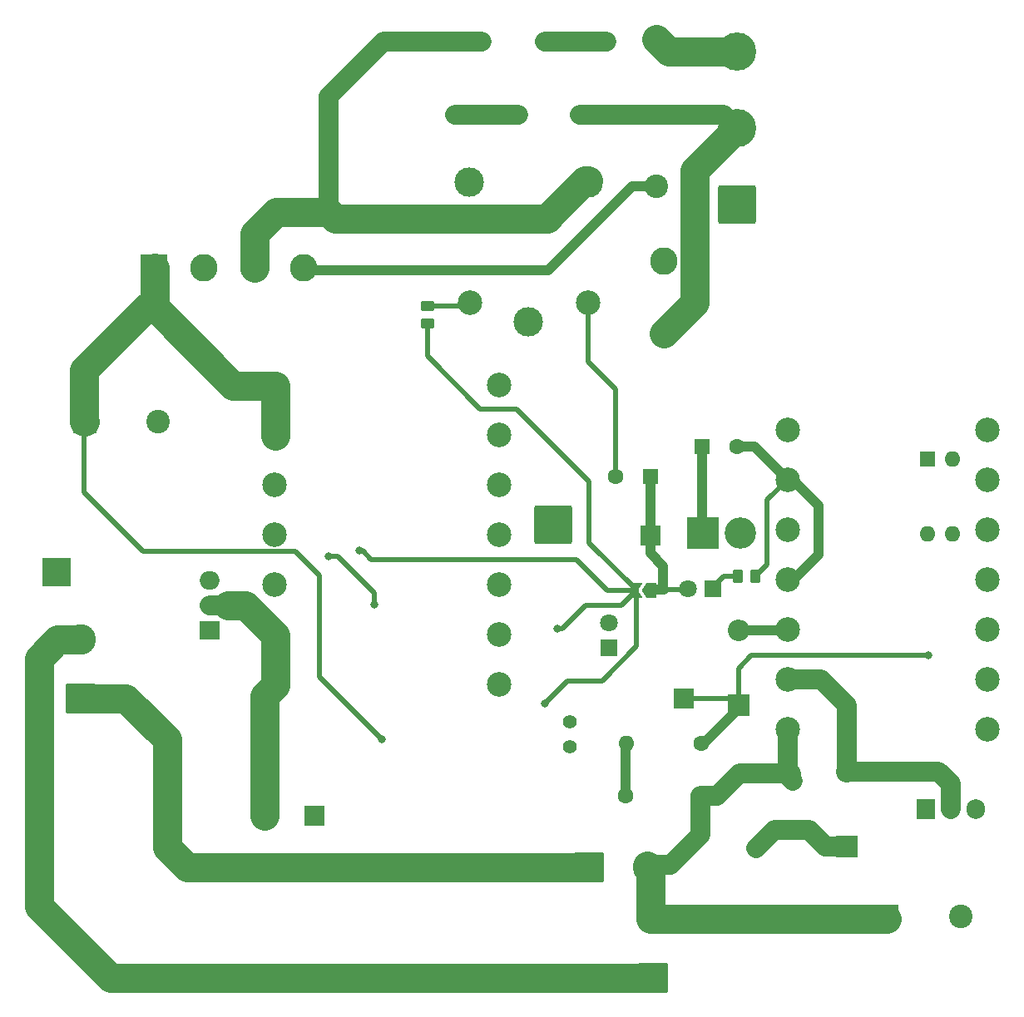
<source format=gbr>
%TF.GenerationSoftware,KiCad,Pcbnew,7.0.8-7.0.8~ubuntu22.04.1*%
%TF.CreationDate,2023-10-30T15:07:27+03:00*%
%TF.ProjectId,supply-uv,73757070-6c79-42d7-9576-2e6b69636164,rev?*%
%TF.SameCoordinates,Original*%
%TF.FileFunction,Copper,L1,Top*%
%TF.FilePolarity,Positive*%
%FSLAX46Y46*%
G04 Gerber Fmt 4.6, Leading zero omitted, Abs format (unit mm)*
G04 Created by KiCad (PCBNEW 7.0.8-7.0.8~ubuntu22.04.1) date 2023-10-30 15:07:27*
%MOMM*%
%LPD*%
G01*
G04 APERTURE LIST*
G04 Aperture macros list*
%AMRoundRect*
0 Rectangle with rounded corners*
0 $1 Rounding radius*
0 $2 $3 $4 $5 $6 $7 $8 $9 X,Y pos of 4 corners*
0 Add a 4 corners polygon primitive as box body*
4,1,4,$2,$3,$4,$5,$6,$7,$8,$9,$2,$3,0*
0 Add four circle primitives for the rounded corners*
1,1,$1+$1,$2,$3*
1,1,$1+$1,$4,$5*
1,1,$1+$1,$6,$7*
1,1,$1+$1,$8,$9*
0 Add four rect primitives between the rounded corners*
20,1,$1+$1,$2,$3,$4,$5,0*
20,1,$1+$1,$4,$5,$6,$7,0*
20,1,$1+$1,$6,$7,$8,$9,0*
20,1,$1+$1,$8,$9,$2,$3,0*%
%AMFreePoly0*
4,1,6,1.000000,0.000000,0.500000,-0.750000,-0.500000,-0.750000,-0.500000,0.750000,0.500000,0.750000,1.000000,0.000000,1.000000,0.000000,$1*%
%AMFreePoly1*
4,1,6,0.500000,-0.750000,-0.650000,-0.750000,-0.150000,0.000000,-0.650000,0.750000,0.500000,0.750000,0.500000,-0.750000,0.500000,-0.750000,$1*%
G04 Aperture macros list end*
%TA.AperFunction,SMDPad,CuDef*%
%ADD10FreePoly0,180.000000*%
%TD*%
%TA.AperFunction,SMDPad,CuDef*%
%ADD11FreePoly1,180.000000*%
%TD*%
%TA.AperFunction,ComponentPad*%
%ADD12R,1.905000X2.000000*%
%TD*%
%TA.AperFunction,ComponentPad*%
%ADD13O,1.905000X2.000000*%
%TD*%
%TA.AperFunction,SMDPad,CuDef*%
%ADD14RoundRect,0.250000X-0.450000X0.262500X-0.450000X-0.262500X0.450000X-0.262500X0.450000X0.262500X0*%
%TD*%
%TA.AperFunction,SMDPad,CuDef*%
%ADD15R,2.000000X2.000000*%
%TD*%
%TA.AperFunction,ComponentPad*%
%ADD16R,2.800000X2.800000*%
%TD*%
%TA.AperFunction,ComponentPad*%
%ADD17C,2.800000*%
%TD*%
%TA.AperFunction,ComponentPad*%
%ADD18R,3.000000X3.000000*%
%TD*%
%TA.AperFunction,ComponentPad*%
%ADD19C,1.600000*%
%TD*%
%TA.AperFunction,ComponentPad*%
%ADD20O,1.600000X1.600000*%
%TD*%
%TA.AperFunction,ComponentPad*%
%ADD21R,2.000000X2.000000*%
%TD*%
%TA.AperFunction,ComponentPad*%
%ADD22O,2.000000X2.000000*%
%TD*%
%TA.AperFunction,ComponentPad*%
%ADD23R,1.800000X1.800000*%
%TD*%
%TA.AperFunction,ComponentPad*%
%ADD24C,1.800000*%
%TD*%
%TA.AperFunction,ComponentPad*%
%ADD25R,2.200000X2.200000*%
%TD*%
%TA.AperFunction,ComponentPad*%
%ADD26O,2.200000X2.200000*%
%TD*%
%TA.AperFunction,ComponentPad*%
%ADD27R,2.400000X2.400000*%
%TD*%
%TA.AperFunction,ComponentPad*%
%ADD28C,2.400000*%
%TD*%
%TA.AperFunction,ComponentPad*%
%ADD29R,2.000000X1.905000*%
%TD*%
%TA.AperFunction,ComponentPad*%
%ADD30O,2.000000X1.905000*%
%TD*%
%TA.AperFunction,ComponentPad*%
%ADD31R,1.600000X1.600000*%
%TD*%
%TA.AperFunction,ComponentPad*%
%ADD32C,2.500000*%
%TD*%
%TA.AperFunction,ComponentPad*%
%ADD33RoundRect,0.249999X1.300001X-1.300001X1.300001X1.300001X-1.300001X1.300001X-1.300001X-1.300001X0*%
%TD*%
%TA.AperFunction,ComponentPad*%
%ADD34C,3.100000*%
%TD*%
%TA.AperFunction,ComponentPad*%
%ADD35RoundRect,0.250002X-1.699998X-1.699998X1.699998X-1.699998X1.699998X1.699998X-1.699998X1.699998X0*%
%TD*%
%TA.AperFunction,ComponentPad*%
%ADD36RoundRect,0.250002X1.699998X-1.699998X1.699998X1.699998X-1.699998X1.699998X-1.699998X-1.699998X0*%
%TD*%
%TA.AperFunction,ComponentPad*%
%ADD37C,3.900000*%
%TD*%
%TA.AperFunction,ComponentPad*%
%ADD38R,3.200000X3.200000*%
%TD*%
%TA.AperFunction,ComponentPad*%
%ADD39O,3.200000X3.200000*%
%TD*%
%TA.AperFunction,SMDPad,CuDef*%
%ADD40RoundRect,0.250000X0.262500X0.450000X-0.262500X0.450000X-0.262500X-0.450000X0.262500X-0.450000X0*%
%TD*%
%TA.AperFunction,ComponentPad*%
%ADD41RoundRect,0.249999X-1.300001X-1.300001X1.300001X-1.300001X1.300001X1.300001X-1.300001X1.300001X0*%
%TD*%
%TA.AperFunction,ComponentPad*%
%ADD42C,1.400000*%
%TD*%
%TA.AperFunction,ComponentPad*%
%ADD43C,3.000000*%
%TD*%
%TA.AperFunction,ViaPad*%
%ADD44C,0.800000*%
%TD*%
%TA.AperFunction,Conductor*%
%ADD45C,3.000000*%
%TD*%
%TA.AperFunction,Conductor*%
%ADD46C,0.500000*%
%TD*%
%TA.AperFunction,Conductor*%
%ADD47C,1.000000*%
%TD*%
%TA.AperFunction,Conductor*%
%ADD48C,2.000000*%
%TD*%
G04 APERTURE END LIST*
D10*
%TO.P,JP2,1,A*%
%TO.N,Net-(D6-A)*%
X126775000Y-102337500D03*
D11*
%TO.P,JP2,2,B*%
%TO.N,/Input power with filter/PFC_VCC*%
X125325000Y-102337500D03*
%TD*%
D12*
%TO.P,QP2,1,G*%
%TO.N,Net-(QP2-G)*%
X154720000Y-124600000D03*
D13*
%TO.P,QP2,2,D*%
%TO.N,Net-(D2-A)*%
X157260000Y-124600000D03*
%TO.P,QP2,3,S*%
%TO.N,Net-(QP2-S)*%
X159800000Y-124600000D03*
%TD*%
D14*
%TO.P,R4,1*%
%TO.N,Net-(K1-Pad5)*%
X104000000Y-73375000D03*
%TO.P,R4,2*%
%TO.N,/Input power with filter/PFC_VCC*%
X104000000Y-75200000D03*
%TD*%
D15*
%TO.P,TP4,1,1*%
%TO.N,Net-(D6-A)*%
X126700000Y-96800000D03*
%TD*%
D16*
%TO.P,D1,1,+*%
%TO.N,/Input power with filter/VOUT_PRE_PFC*%
X76192500Y-69480000D03*
D17*
%TO.P,D1,2*%
%TO.N,Net-(J3-Pin_1)*%
X81272500Y-69480000D03*
%TO.P,D1,3*%
%TO.N,/Input power with filter/STARTUP_PROTECT_OUT*%
X86352500Y-69480000D03*
%TO.P,D1,4,-*%
%TO.N,/Input power with filter/VOUT_PRE_GND*%
X91432500Y-69480000D03*
%TD*%
D18*
%TO.P,TP1,1,1*%
%TO.N,/Input power with filter/HV_GND*%
X66250000Y-100537500D03*
%TD*%
D19*
%TO.P,R8,1*%
%TO.N,Net-(D2-K)*%
X137500000Y-128610000D03*
D20*
%TO.P,R8,2*%
%TO.N,/Input power with filter/OUT_400V*%
X137500000Y-120990000D03*
%TD*%
D21*
%TO.P,DP1,1,K*%
%TO.N,Net-(DP1-K)*%
X92540000Y-125342500D03*
D22*
%TO.P,DP1,2,A*%
%TO.N,Net-(DP1-A)*%
X87460000Y-125342500D03*
%TD*%
D23*
%TO.P,D6,1,K*%
%TO.N,Net-(D6-K)*%
X133050000Y-102237500D03*
D24*
%TO.P,D6,2,A*%
%TO.N,Net-(D6-A)*%
X130510000Y-102237500D03*
%TD*%
D23*
%TO.P,D5,1,K*%
%TO.N,Net-(D5-K)*%
X122500000Y-108175000D03*
D24*
%TO.P,D5,2,A*%
%TO.N,/Standby Supply/V_STANDBY*%
X122500000Y-105635000D03*
%TD*%
D25*
%TO.P,D3,1,K*%
%TO.N,Net-(D3-K)*%
X135700000Y-114037500D03*
D26*
%TO.P,D3,2,A*%
%TO.N,Net-(D3-A)*%
X135700000Y-106417500D03*
%TD*%
D27*
%TO.P,C3,1*%
%TO.N,/Input power with filter/OUT_400V*%
X150787246Y-135600000D03*
D28*
%TO.P,C3,2*%
%TO.N,/Input power with filter/HV_GND*%
X158287246Y-135600000D03*
%TD*%
D29*
%TO.P,QP1,1,G*%
%TO.N,Net-(QP1-G)*%
X81845000Y-106440000D03*
D30*
%TO.P,QP1,2,D*%
%TO.N,Net-(DP1-A)*%
X81845000Y-103900000D03*
%TO.P,QP1,3,S*%
%TO.N,/Input power with filter/HV_GND*%
X81845000Y-101360000D03*
%TD*%
D31*
%TO.P,C8,1*%
%TO.N,Net-(D4-K)*%
X132000000Y-87700000D03*
D19*
%TO.P,C8,2*%
%TO.N,/Input power with filter/HV_GND*%
X135500000Y-87700000D03*
%TD*%
%TO.P,R7,1*%
%TO.N,Net-(D3-K)*%
X131850000Y-117937500D03*
D20*
%TO.P,R7,2*%
%TO.N,Net-(R6-Pad1)*%
X124230000Y-117937500D03*
%TD*%
D15*
%TO.P,TP3,1,1*%
%TO.N,Net-(D3-K)*%
X130100000Y-113400000D03*
%TD*%
D32*
%TO.P,TR1,1*%
%TO.N,N/C*%
X111360000Y-111947500D03*
%TO.P,TR1,2,2*%
%TO.N,Net-(DP1-A)*%
X88500000Y-111947500D03*
%TO.P,TR1,3*%
%TO.N,N/C*%
X111360000Y-106867500D03*
%TO.P,TR1,4,4*%
%TO.N,Net-(DP1-A)*%
X88500000Y-106867500D03*
%TO.P,TR1,5*%
%TO.N,N/C*%
X111360000Y-101787500D03*
%TO.P,TR1,6*%
X88500000Y-101787500D03*
%TO.P,TR1,7*%
X111360000Y-96707500D03*
%TO.P,TR1,8*%
X88500000Y-96707500D03*
%TO.P,TR1,9*%
X111360000Y-91627500D03*
%TO.P,TR1,10*%
X88500000Y-91627500D03*
%TO.P,TR1,11*%
X111360000Y-86547500D03*
%TO.P,TR1,12,12*%
%TO.N,/Input power with filter/VOUT_PRE_PFC*%
X88500000Y-86547500D03*
%TO.P,TR1,13*%
%TO.N,N/C*%
X111360000Y-81467500D03*
%TO.P,TR1,14,14*%
%TO.N,/Input power with filter/VOUT_PRE_PFC*%
X88500000Y-81467500D03*
%TD*%
D33*
%TO.P,J1,1,Pin_1*%
%TO.N,/Input power with filter/HV_GND*%
X127000000Y-141787500D03*
D34*
%TO.P,J1,2,Pin_2*%
%TO.N,/Input power with filter/OUT_400V*%
X127000000Y-135787500D03*
%TD*%
D35*
%TO.P,J2,1,Pin_1*%
%TO.N,/Standby Supply/V_STANDBY*%
X116800000Y-95700000D03*
%TD*%
D17*
%TO.P,RV1,1*%
%TO.N,Net-(J3-Pin_1)*%
X128100000Y-68815000D03*
%TO.P,RV1,2*%
%TO.N,/Input power with filter/STARTUP_PROTECT_IN*%
X128100000Y-76185000D03*
%TD*%
D32*
%TO.P,TR2,1*%
%TO.N,N/C*%
X140690000Y-85997500D03*
%TO.P,TR2,2*%
X161010000Y-85997500D03*
%TO.P,TR2,3,3*%
%TO.N,/Input power with filter/HV_GND*%
X140690000Y-91077500D03*
%TO.P,TR2,4*%
%TO.N,N/C*%
X161010000Y-91077500D03*
%TO.P,TR2,5,5*%
%TO.N,Net-(D4-A)*%
X140690000Y-96157500D03*
%TO.P,TR2,6*%
%TO.N,N/C*%
X161010000Y-96157500D03*
%TO.P,TR2,7,7*%
%TO.N,/Input power with filter/HV_GND*%
X140690000Y-101237500D03*
%TO.P,TR2,8*%
%TO.N,N/C*%
X161010000Y-101237500D03*
%TO.P,TR2,9,9*%
%TO.N,Net-(D3-A)*%
X140690000Y-106317500D03*
%TO.P,TR2,10*%
%TO.N,N/C*%
X161010000Y-106317500D03*
%TO.P,TR2,11,11*%
%TO.N,Net-(D2-A)*%
X140690000Y-111397500D03*
%TO.P,TR2,12*%
%TO.N,N/C*%
X161010000Y-111397500D03*
%TO.P,TR2,13,13*%
%TO.N,/Input power with filter/OUT_400V*%
X140690000Y-116477500D03*
%TO.P,TR2,14*%
%TO.N,N/C*%
X161010000Y-116477500D03*
%TD*%
D27*
%TO.P,C1,1*%
%TO.N,/Input power with filter/VOUT_PRE_PFC*%
X69122220Y-85200000D03*
D28*
%TO.P,C1,2*%
%TO.N,/Input power with filter/VOUT_PRE_GND*%
X76622220Y-85200000D03*
%TD*%
D19*
%TO.P,C6,1*%
%TO.N,Net-(D2-K)*%
X141200000Y-126787500D03*
%TO.P,C6,2*%
%TO.N,/Input power with filter/OUT_400V*%
X141200000Y-121787500D03*
%TD*%
D36*
%TO.P,J3,1,Pin_1*%
%TO.N,Net-(J3-Pin_1)*%
X135500000Y-63100000D03*
D37*
%TO.P,J3,2,Pin_2*%
%TO.N,/Input power with filter/STARTUP_PROTECT_IN*%
X135500000Y-55300000D03*
%TO.P,J3,3,Pin_3*%
%TO.N,Net-(J3-Pin_3)*%
X135500000Y-47500000D03*
%TD*%
D33*
%TO.P,CP5,1*%
%TO.N,Net-(DP1-K)*%
X68700000Y-113400000D03*
D34*
%TO.P,CP5,2*%
%TO.N,/Input power with filter/HV_GND*%
X68700000Y-107400000D03*
%TD*%
D24*
%TO.P,R3,1*%
%TO.N,Net-(R2-Pad2)*%
X106850000Y-53950000D03*
%TO.P,R3,2*%
%TO.N,/Input power with filter/STARTUP_PROTECT_OUT*%
X109550000Y-46450000D03*
%TD*%
D38*
%TO.P,D4,1,K*%
%TO.N,Net-(D4-K)*%
X132095000Y-96500000D03*
D39*
%TO.P,D4,2,A*%
%TO.N,Net-(D4-A)*%
X135905000Y-96500000D03*
%TD*%
D28*
%TO.P,Y1,1*%
%TO.N,Net-(J3-Pin_3)*%
X127300000Y-46200000D03*
%TO.P,Y1,2*%
%TO.N,/Input power with filter/VOUT_PRE_GND*%
X127300000Y-61200000D03*
%TD*%
D40*
%TO.P,R16,1*%
%TO.N,/Input power with filter/HV_GND*%
X137412500Y-100900000D03*
%TO.P,R16,2*%
%TO.N,Net-(D6-K)*%
X135587500Y-100900000D03*
%TD*%
D24*
%TO.P,R1,1*%
%TO.N,/Input power with filter/STARTUP_PROTECT_IN*%
X119550000Y-53950000D03*
%TO.P,R1,2*%
%TO.N,Net-(R1-Pad2)*%
X122250000Y-46450000D03*
%TD*%
D41*
%TO.P,F1,1*%
%TO.N,Net-(DP1-K)*%
X120500000Y-130537500D03*
D34*
%TO.P,F1,2*%
%TO.N,/Input power with filter/OUT_400V*%
X126500000Y-130537500D03*
%TD*%
D19*
%TO.P,R6,1*%
%TO.N,Net-(R6-Pad1)*%
X124190000Y-123287500D03*
D20*
%TO.P,R6,2*%
%TO.N,/Input power with filter/OUT_400V*%
X131810000Y-123287500D03*
%TD*%
D42*
%TO.P,JP1,1,A*%
%TO.N,/Input power with filter/PFC_OK#*%
X118500000Y-118287500D03*
%TO.P,JP1,2,B*%
%TO.N,Net-(JP1-B)*%
X118500000Y-115747500D03*
%TD*%
D43*
%TO.P,K1,1*%
%TO.N,/Input power with filter/STARTUP_PROTECT_IN*%
X114300000Y-75000000D03*
D32*
%TO.P,K1,2*%
%TO.N,/Input power with filter/HV_GND*%
X120350000Y-73050000D03*
D43*
%TO.P,K1,3*%
%TO.N,/Input power with filter/STARTUP_PROTECT_OUT*%
X120350000Y-60850000D03*
%TO.P,K1,4*%
%TO.N,unconnected-(K1-Pad4)*%
X108300000Y-60800000D03*
D32*
%TO.P,K1,5*%
%TO.N,Net-(K1-Pad5)*%
X108350000Y-73050000D03*
%TD*%
D25*
%TO.P,D2,1,K*%
%TO.N,Net-(D2-K)*%
X146700000Y-128410000D03*
D26*
%TO.P,D2,2,A*%
%TO.N,Net-(D2-A)*%
X146700000Y-120790000D03*
%TD*%
D24*
%TO.P,R2,1*%
%TO.N,Net-(R1-Pad2)*%
X115950000Y-46450000D03*
%TO.P,R2,2*%
%TO.N,Net-(R2-Pad2)*%
X113250000Y-53950000D03*
%TD*%
D31*
%TO.P,C10,1*%
%TO.N,Net-(D6-A)*%
X126700000Y-90800000D03*
D19*
%TO.P,C10,2*%
%TO.N,/Input power with filter/HV_GND*%
X123200000Y-90800000D03*
%TD*%
D31*
%TO.P,U4,1*%
%TO.N,Net-(R12-Pad1)*%
X154925000Y-89000000D03*
D20*
%TO.P,U4,2*%
%TO.N,Net-(U5-K)*%
X157465000Y-89000000D03*
%TO.P,U4,3*%
%TO.N,/Input power with filter/HV_GND*%
X157465000Y-96620000D03*
%TO.P,U4,4*%
%TO.N,/Standby Supply/FEEDBACK*%
X154925000Y-96620000D03*
%TD*%
D44*
%TO.N,/Input power with filter/VOUT_PRE_PFC*%
X99400000Y-117487500D03*
%TO.N,/Input power with filter/HV_GND*%
X98600000Y-103800000D03*
X94000000Y-98900000D03*
%TO.N,Net-(D3-K)*%
X155000000Y-109000000D03*
%TO.N,/Input power with filter/PFC_VCC*%
X97100000Y-98287500D03*
X116000000Y-113900000D03*
X117250000Y-106287500D03*
%TD*%
D45*
%TO.N,/Input power with filter/VOUT_PRE_PFC*%
X69122220Y-85200000D02*
X69100000Y-85177780D01*
D46*
X90600000Y-98400000D02*
X93050000Y-100850000D01*
X89204938Y-98400000D02*
X90600000Y-98400000D01*
X89197438Y-98407500D02*
X89204938Y-98400000D01*
D45*
X88570000Y-81547500D02*
X88570000Y-86627500D01*
D46*
X93050000Y-111137500D02*
X99400000Y-117487500D01*
D45*
X84260000Y-81547500D02*
X76242500Y-73530000D01*
D46*
X69100000Y-85222220D02*
X69100000Y-92400000D01*
D45*
X76242500Y-73530000D02*
X76242500Y-69530000D01*
X88570000Y-81547500D02*
X84260000Y-81547500D01*
D46*
X75100000Y-98400000D02*
X87795062Y-98400000D01*
X87795062Y-98400000D02*
X87802562Y-98407500D01*
X93050000Y-100850000D02*
X93050000Y-111137500D01*
D45*
X69100000Y-85177780D02*
X69100000Y-79937500D01*
X69100000Y-79937500D02*
X75507500Y-73530000D01*
D46*
X87802562Y-98407500D02*
X89197438Y-98407500D01*
X69100000Y-92400000D02*
X75100000Y-98400000D01*
D47*
%TO.N,/Input power with filter/VOUT_PRE_GND*%
X116350000Y-69737500D02*
X124887500Y-61200000D01*
X124887500Y-61200000D02*
X127300000Y-61200000D01*
X91490000Y-69737500D02*
X116350000Y-69737500D01*
D45*
%TO.N,/Input power with filter/HV_GND*%
X71750000Y-141787500D02*
X126750000Y-141787500D01*
X64500000Y-109300000D02*
X64500000Y-134537500D01*
X68700000Y-107400000D02*
X66400000Y-107400000D01*
D46*
X138600000Y-99712500D02*
X138600000Y-93167500D01*
X94000000Y-98900000D02*
X94900000Y-98900000D01*
X120350000Y-79050000D02*
X123200000Y-81900000D01*
D47*
X143850000Y-93737500D02*
X143850000Y-98737500D01*
X143850000Y-98737500D02*
X141300000Y-101287500D01*
X141240000Y-91127500D02*
X143850000Y-93737500D01*
D46*
X94900000Y-98900000D02*
X98600000Y-102600000D01*
D47*
X135500000Y-87700000D02*
X137312500Y-87700000D01*
D46*
X137412500Y-100900000D02*
X138600000Y-99712500D01*
D47*
X137312500Y-87700000D02*
X140690000Y-91077500D01*
D46*
X138600000Y-93167500D02*
X140690000Y-91077500D01*
D45*
X64500000Y-134537500D02*
X71750000Y-141787500D01*
D46*
X98600000Y-102600000D02*
X98600000Y-103800000D01*
X120350000Y-72537500D02*
X120350000Y-79050000D01*
D45*
X66400000Y-107400000D02*
X64500000Y-109300000D01*
D46*
X123200000Y-81900000D02*
X123200000Y-90800000D01*
D48*
%TO.N,/Input power with filter/OUT_400V*%
X141000000Y-120990000D02*
X140690000Y-120680000D01*
X131810000Y-127227500D02*
X128750000Y-130287500D01*
D45*
X126400000Y-130387500D02*
X126750000Y-130737500D01*
D48*
X140690000Y-120680000D02*
X140690000Y-116477500D01*
X137500000Y-120990000D02*
X140402500Y-120990000D01*
D45*
X126750000Y-135787500D02*
X150774746Y-135787500D01*
D48*
X131810000Y-123287500D02*
X133512500Y-123287500D01*
X140402500Y-120990000D02*
X141200000Y-121787500D01*
D45*
X126750000Y-130737500D02*
X126750000Y-135787500D01*
D48*
X135810000Y-120990000D02*
X137500000Y-120990000D01*
X131810000Y-123287500D02*
X131810000Y-127227500D01*
X133512500Y-123287500D02*
X135810000Y-120990000D01*
X128750000Y-130287500D02*
X126685000Y-130287500D01*
D47*
%TO.N,Net-(D3-K)*%
X132310000Y-117787500D02*
X135700000Y-114397500D01*
D46*
X135700000Y-114037500D02*
X135700000Y-110300000D01*
X130100000Y-113400000D02*
X135062500Y-113400000D01*
X137000000Y-109000000D02*
X155000000Y-109000000D01*
X135700000Y-110300000D02*
X137000000Y-109000000D01*
D47*
X131825000Y-117787500D02*
X132310000Y-117787500D01*
D48*
%TO.N,Net-(D2-K)*%
X139322500Y-126787500D02*
X142887500Y-126787500D01*
X144510000Y-128410000D02*
X146700000Y-128410000D01*
X137500000Y-128610000D02*
X139322500Y-126787500D01*
X142887500Y-126787500D02*
X144510000Y-128410000D01*
D47*
%TO.N,Net-(D4-K)*%
X132000000Y-96405000D02*
X132000000Y-88037500D01*
%TO.N,Net-(D6-A)*%
X128000000Y-99887500D02*
X126700000Y-98587500D01*
X126725000Y-102287500D02*
X128100000Y-102287500D01*
D46*
X128000000Y-102187500D02*
X128100000Y-102287500D01*
D47*
X126700000Y-98587500D02*
X126700000Y-90800000D01*
D46*
X128100000Y-102287500D02*
X130560000Y-102287500D01*
D47*
X128000000Y-99887500D02*
X128000000Y-102187500D01*
D46*
%TO.N,/Input power with filter/PFC_VCC*%
X97100000Y-98287500D02*
X97400000Y-98287500D01*
X120100000Y-103900000D02*
X123762500Y-103900000D01*
X119200000Y-99200000D02*
X122337500Y-102337500D01*
X123762500Y-103900000D02*
X125325000Y-102337500D01*
X125325000Y-108050000D02*
X125325000Y-102337500D01*
X104000000Y-75200000D02*
X104000000Y-78500000D01*
X121775000Y-111600000D02*
X125325000Y-108050000D01*
X120500000Y-97512500D02*
X125275000Y-102287500D01*
X97400000Y-98287500D02*
X98312500Y-99200000D01*
X113100000Y-83900000D02*
X120500000Y-91300000D01*
X104000000Y-78500000D02*
X109400000Y-83900000D01*
X109400000Y-83900000D02*
X113100000Y-83900000D01*
X122337500Y-102337500D02*
X125325000Y-102337500D01*
X117250000Y-106287500D02*
X117712500Y-106287500D01*
X116000000Y-113900000D02*
X118300000Y-111600000D01*
X120500000Y-91300000D02*
X120500000Y-97512500D01*
X118300000Y-111600000D02*
X121775000Y-111600000D01*
X117712500Y-106287500D02*
X120100000Y-103900000D01*
X98312500Y-99200000D02*
X119200000Y-99200000D01*
D45*
%TO.N,Net-(DP1-K)*%
X70000000Y-113367500D02*
X73330000Y-113367500D01*
X77500000Y-128537500D02*
X79562500Y-130600000D01*
X77500000Y-117537500D02*
X77500000Y-128537500D01*
X73330000Y-113367500D02*
X77500000Y-117537500D01*
X79562500Y-130600000D02*
X119962500Y-130600000D01*
D48*
%TO.N,/Input power with filter/STARTUP_PROTECT_OUT*%
X99550000Y-46450000D02*
X93950000Y-52050000D01*
D45*
X120037500Y-60650000D02*
X116643750Y-64043750D01*
X120350000Y-60650000D02*
X120037500Y-60650000D01*
D48*
X93950000Y-52050000D02*
X93950000Y-63837500D01*
X109550000Y-46450000D02*
X99550000Y-46450000D01*
D45*
X88650000Y-63837500D02*
X86402500Y-66085000D01*
X86402500Y-66085000D02*
X86402500Y-69530000D01*
X116643750Y-64043750D02*
X116187500Y-64500000D01*
X116187500Y-64500000D02*
X94612500Y-64500000D01*
X94612500Y-64500000D02*
X93950000Y-63837500D01*
X93950000Y-63837500D02*
X88650000Y-63837500D01*
D48*
%TO.N,Net-(D2-A)*%
X146700000Y-120790000D02*
X156062500Y-120790000D01*
X156062500Y-120790000D02*
X157260000Y-121987500D01*
X157260000Y-121987500D02*
X157260000Y-124600000D01*
X146700000Y-114037500D02*
X146700000Y-120790000D01*
X144110000Y-111447500D02*
X146700000Y-114037500D01*
X140565000Y-111447500D02*
X144110000Y-111447500D01*
D47*
%TO.N,Net-(D3-A)*%
X135700000Y-106417500D02*
X140590000Y-106417500D01*
D46*
%TO.N,Net-(D6-K)*%
X133050000Y-102050000D02*
X134200000Y-100900000D01*
X134200000Y-100900000D02*
X135587500Y-100900000D01*
D45*
%TO.N,Net-(DP1-A)*%
X87460000Y-125342500D02*
X87460000Y-113137500D01*
X87460000Y-113137500D02*
X88570000Y-112027500D01*
X85532500Y-103900000D02*
X88500000Y-106867500D01*
X88570000Y-106947500D02*
X88570000Y-112027500D01*
X83700000Y-103900000D02*
X85532500Y-103900000D01*
D48*
X83700000Y-103900000D02*
X81845000Y-103900000D01*
D45*
%TO.N,/Input power with filter/STARTUP_PROTECT_IN*%
X131200000Y-73085000D02*
X128100000Y-76185000D01*
X135500000Y-55300000D02*
X131200000Y-59600000D01*
D48*
X135500000Y-55300000D02*
X134150000Y-53950000D01*
X134150000Y-53950000D02*
X119550000Y-53950000D01*
D45*
X131200000Y-59600000D02*
X131200000Y-73085000D01*
%TO.N,Net-(J3-Pin_3)*%
X128600000Y-47500000D02*
X127300000Y-46200000D01*
X135537500Y-47500000D02*
X128600000Y-47500000D01*
D46*
%TO.N,Net-(K1-Pad5)*%
X104000000Y-73375000D02*
X107825000Y-73375000D01*
D48*
%TO.N,Net-(R1-Pad2)*%
X115950000Y-46450000D02*
X122250000Y-46450000D01*
%TO.N,Net-(R2-Pad2)*%
X106850000Y-53950000D02*
X113250000Y-53950000D01*
D47*
%TO.N,Net-(R6-Pad1)*%
X124205000Y-117787500D02*
X124205000Y-123272500D01*
%TD*%
M02*

</source>
